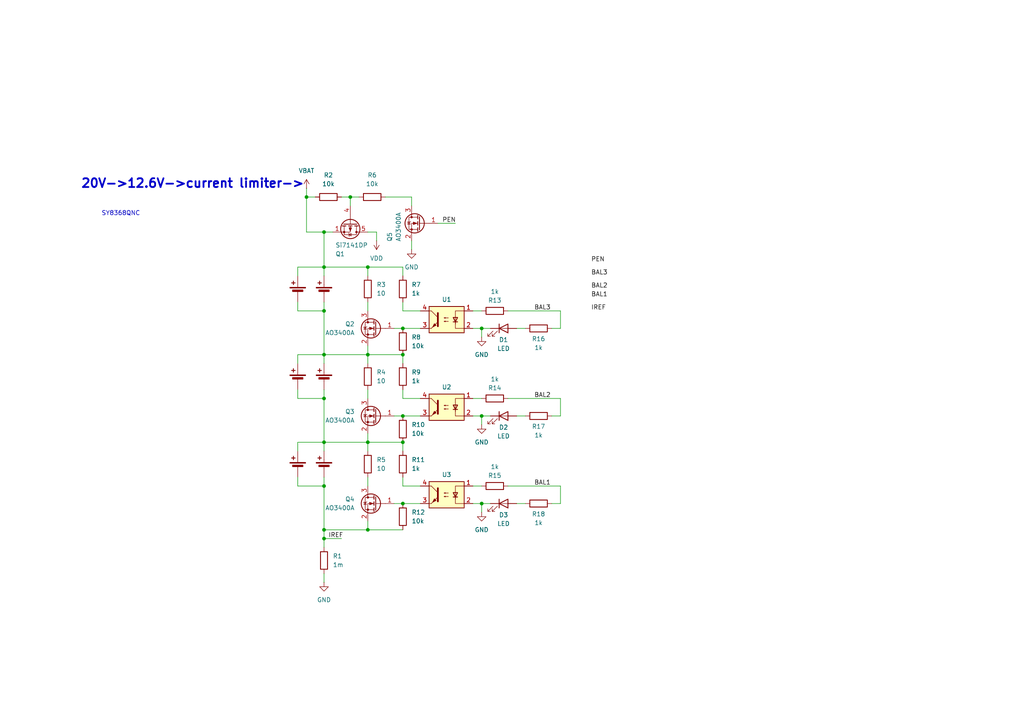
<source format=kicad_sch>
(kicad_sch (version 20231120) (generator "eeschema") (generator_version "8.0")
  (paper "A4")
  (lib_symbols
    (symbol "Device:Battery_Cell" (pin_numbers hide) (pin_names (offset 0) hide)
      (property "Reference" "BT" (at 2.54 2.54 0))
      (property "Value" "Battery_Cell" (at 2.54 0 0))
      (symbol "Battery_Cell_0_1"
        (rectangle (start -2.286 1.778) (end 2.286 1.524) (fill (type outline)))
        (rectangle (start -1.524 1.016) (end 1.524 0.508) (fill (type outline)))
        (polyline (pts (xy 0 0.762) (xy 0 0)))
        (polyline (pts (xy 0 1.778) (xy 0 2.54)))
        (polyline (pts (xy 0.762 3.048) (xy 1.778 3.048)) (stroke (width 0.254)))
        (polyline (pts (xy 1.27 3.556) (xy 1.27 2.54)) (stroke (width 0.254)))
      )
      (symbol "Battery_Cell_1_1"
        (pin passive line (at 0 5.08 270) (length 2.54) (name "+") (number "1"))
        (pin passive line (at 0 -2.54 90) (length 2.54) (name "-") (number "2"))
      )
    )
    (symbol "Device:LED" (pin_numbers hide) (pin_names (offset 1.016) hide)
      (property "Reference" "D" (at 0 2.54 0))
      (property "Value" "LED" (at 0 -2.54 0))
      (symbol "LED_0_1"
        (polyline (pts (xy -1.27 -1.27) (xy -1.27 1.27)) (stroke (width 0.254)))
        (polyline (pts (xy -1.27 0) (xy 1.27 0)))
        (polyline (pts (xy 1.27 -1.27) (xy 1.27 1.27) (xy -1.27 0) (xy 1.27 -1.27)) (stroke (width 0.254)))
        (polyline (pts (xy -3.048 -0.762) (xy -4.572 -2.286) (xy -3.81 -2.286) (xy -4.572 -2.286) (xy -4.572 -1.524)))
        (polyline (pts (xy -1.778 -0.762) (xy -3.302 -2.286) (xy -2.54 -2.286) (xy -3.302 -2.286) (xy -3.302 -1.524)))
      )
      (symbol "LED_1_1"
        (pin passive line (at -3.81 0 0) (length 2.54) (name "K") (number "1"))
        (pin passive line (at 3.81 0 180) (length 2.54) (name "A") (number "2"))
      )
    )
    (symbol "Device:R" (pin_numbers hide) (pin_names (offset 0))
      (property "Reference" "R" (at 2.032 0 90))
      (property "Value" "R" (at 0 0 90))
      (symbol "R_0_1"
        (rectangle (start -1.016 -2.54) (end 1.016 2.54) (stroke (width 0.254)))
      )
      (symbol "R_1_1"
        (pin passive line (at 0 3.81 270) (length 1.27) (name "~") (number "1"))
        (pin passive line (at 0 -3.81 90) (length 1.27) (name "~") (number "2"))
      )
    )
    (symbol "Isolator:SFH617A-1X007T" (pin_names (offset 1.016))
      (property "Reference" "U" (at -5.08 6.35 0))
      (property "Value" "SFH617A-1X007T" (at -5.08 -6.35 0))
      (symbol "SFH617A-1X007T_0_1"
        (rectangle (start -5.08 3.81) (end 5.08 -3.81) (stroke (width 0.254)) (fill (type background)))
        (polyline (pts (xy -3.175 -0.635) (xy -1.905 -0.635)) (stroke (width 0.254)))
        (polyline (pts (xy 2.54 0.635) (xy 4.445 2.54)))
        (polyline (pts (xy 4.445 -2.54) (xy 2.54 -0.635)) (fill (type outline)))
        (polyline (pts (xy 4.445 -2.54) (xy 5.08 -2.54)))
        (polyline (pts (xy 4.445 2.54) (xy 5.08 2.54)))
        (polyline (pts (xy -2.54 -0.635) (xy -2.54 -2.54) (xy -5.08 -2.54)))
        (polyline (pts (xy 2.54 1.905) (xy 2.54 -1.905) (xy 2.54 -1.905)) (stroke (width 0.508)))
        (polyline (pts (xy -5.08 2.54) (xy -2.54 2.54) (xy -2.54 -1.27) (xy -2.54 0.635)))
        (polyline (pts (xy -2.54 -0.635) (xy -3.175 0.635) (xy -1.905 0.635) (xy -2.54 -0.635)) (stroke (width 0.254)))
        (polyline (pts (xy -0.508 -0.508) (xy 0.762 -0.508) (xy 0.381 -0.635) (xy 0.381 -0.381) (xy 0.762 -0.508)))
        (polyline (pts (xy -0.508 0.508) (xy 0.762 0.508) (xy 0.381 0.381) (xy 0.381 0.635) (xy 0.762 0.508)))
        (polyline (pts (xy 3.048 -1.651) (xy 3.556 -1.143) (xy 4.064 -2.159) (xy 3.048 -1.651) (xy 3.048 -1.651)) (fill (type outline)))
      )
      (symbol "SFH617A-1X007T_1_1"
        (pin passive line (at -7.62 2.54 0) (length 2.54) (name "~") (number "1"))
        (pin passive line (at -7.62 -2.54 0) (length 2.54) (name "~") (number "2"))
        (pin passive line (at 7.62 -2.54 180) (length 2.54) (name "~") (number "3"))
        (pin passive line (at 7.62 2.54 180) (length 2.54) (name "~") (number "4"))
      )
    )
    (symbol "Transistor_FET:AO3400A" (pin_names hide)
      (property "Reference" "Q" (at 5.08 1.905 0))
      (property "Value" "AO3400A" (at 5.08 0 0))
      (symbol "AO3400A_0_1"
        (polyline (pts (xy 0.254 0) (xy -2.54 0)))
        (polyline (pts (xy 0.254 1.905) (xy 0.254 -1.905)) (stroke (width 0.254)))
        (polyline (pts (xy 0.762 -1.27) (xy 0.762 -2.286)) (stroke (width 0.254)))
        (polyline (pts (xy 0.762 0.508) (xy 0.762 -0.508)) (stroke (width 0.254)))
        (polyline (pts (xy 0.762 2.286) (xy 0.762 1.27)) (stroke (width 0.254)))
        (polyline (pts (xy 2.54 2.54) (xy 2.54 1.778)))
        (polyline (pts (xy 2.54 -2.54) (xy 2.54 0) (xy 0.762 0)))
        (polyline (pts (xy 0.762 -1.778) (xy 3.302 -1.778) (xy 3.302 1.778) (xy 0.762 1.778)))
        (polyline (pts (xy 1.016 0) (xy 2.032 0.381) (xy 2.032 -0.381) (xy 1.016 0)) (fill (type outline)))
        (polyline (pts (xy 2.794 0.508) (xy 2.921 0.381) (xy 3.683 0.381) (xy 3.81 0.254)))
        (polyline (pts (xy 3.302 0.381) (xy 2.921 -0.254) (xy 3.683 -0.254) (xy 3.302 0.381)))
        (circle (center 1.651 0) (radius 2.794) (stroke (width 0.254)))
        (circle (center 2.54 -1.778) (radius 0.254) (fill (type outline)))
        (circle (center 2.54 1.778) (radius 0.254) (fill (type outline)))
      )
      (symbol "AO3400A_1_1"
        (pin input line (at -5.08 0 0) (length 2.54) (name "G") (number "1"))
        (pin passive line (at 2.54 -5.08 90) (length 2.54) (name "S") (number "2"))
        (pin passive line (at 2.54 5.08 270) (length 2.54) (name "D") (number "3"))
      )
    )
    (symbol "Transistor_FET:Si7141DP" (pin_names hide)
      (property "Reference" "Q" (at 5.08 1.905 0))
      (property "Value" "Si7141DP" (at 5.08 0 0))
      (symbol "Si7141DP_0_1"
        (polyline (pts (xy 0.254 0) (xy -2.54 0)))
        (polyline (pts (xy 0.254 1.905) (xy 0.254 -1.905)) (stroke (width 0.254)))
        (polyline (pts (xy 0.762 -1.27) (xy 0.762 -2.286)) (stroke (width 0.254)))
        (polyline (pts (xy 0.762 0.508) (xy 0.762 -0.508)) (stroke (width 0.254)))
        (polyline (pts (xy 0.762 2.286) (xy 0.762 1.27)) (stroke (width 0.254)))
        (polyline (pts (xy 2.54 2.54) (xy 2.54 1.778)))
        (polyline (pts (xy 2.54 -2.54) (xy 2.54 0) (xy 0.762 0)))
        (polyline (pts (xy 0.762 1.778) (xy 3.302 1.778) (xy 3.302 -1.778) (xy 0.762 -1.778)))
        (polyline (pts (xy 2.286 0) (xy 1.27 0.381) (xy 1.27 -0.381) (xy 2.286 0)) (fill (type outline)))
        (polyline (pts (xy 2.794 -0.508) (xy 2.921 -0.381) (xy 3.683 -0.381) (xy 3.81 -0.254)))
        (polyline (pts (xy 3.302 -0.381) (xy 2.921 0.254) (xy 3.683 0.254) (xy 3.302 -0.381)))
        (circle (center 1.651 0) (radius 2.794) (stroke (width 0.254)))
        (circle (center 2.54 -1.778) (radius 0.254) (fill (type outline)))
        (circle (center 2.54 1.778) (radius 0.254) (fill (type outline)))
      )
      (symbol "Si7141DP_1_1"
        (pin passive line (at 2.54 -5.08 90) (length 2.54) (name "S") (number "1"))
        (pin passive line (at 2.54 -5.08 90) (length 2.54) hide (name "S") (number "2"))
        (pin passive line (at 2.54 -5.08 90) (length 2.54) hide (name "S") (number "3"))
        (pin input line (at -5.08 0 0) (length 2.54) (name "G") (number "4"))
        (pin passive line (at 2.54 5.08 270) (length 2.54) (name "D") (number "5"))
      )
    )
    (symbol "power:GND" (power) (pin_numbers hide) (pin_names (offset 0) hide)
      (property "Value" "GND" (at 0 -3.81 0))
      (symbol "GND_0_1"
        (polyline (pts (xy 0 0) (xy 0 -1.27) (xy 1.27 -1.27) (xy 0 -2.54) (xy -1.27 -1.27) (xy 0 -1.27)))
      )
      (symbol "GND_1_1"
        (pin power_in line (at 0 0 270) (length 0) (name "~") (number "1"))
      )
    )
    (symbol "power:VBUS" (power) (pin_numbers hide) (pin_names (offset 0) hide)
      (property "Value" "VBUS" (at 0 3.556 0))
      (symbol "VBUS_0_1"
        (polyline (pts (xy -0.762 1.27) (xy 0 2.54)))
        (polyline (pts (xy 0 0) (xy 0 2.54)))
        (polyline (pts (xy 0 2.54) (xy 0.762 1.27)))
      )
      (symbol "VBUS_1_1"
        (pin power_in line (at 0 0 90) (length 0) (name "~") (number "1"))
      )
    )
    (symbol "power:VDD" (power) (pin_numbers hide) (pin_names (offset 0) hide)
      (property "Value" "VDD" (at 0 3.556 0))
      (symbol "VDD_0_1"
        (polyline (pts (xy -0.762 1.27) (xy 0 2.54)))
        (polyline (pts (xy 0 0) (xy 0 2.54)))
        (polyline (pts (xy 0 2.54) (xy 0.762 1.27)))
      )
      (symbol "VDD_1_1"
        (pin power_in line (at 0 0 90) (length 0) (name "~") (number "1"))
      )
    )
  )
  (junction (at 106.68 77.47))
  (junction (at 93.98 102.87))
  (junction (at 116.84 95.25))
  (junction (at 88.9 57.15))
  (junction (at 139.7 146.05))
  (junction (at 93.98 140.97))
  (junction (at 101.6 57.15))
  (junction (at 116.84 120.65))
  (junction (at 139.7 95.25))
  (junction (at 106.68 128.27))
  (junction (at 139.7 120.65))
  (junction (at 93.98 90.17))
  (junction (at 93.98 156.21))
  (junction (at 93.98 128.27))
  (junction (at 93.98 153.67))
  (junction (at 93.98 115.57))
  (junction (at 116.84 146.05))
  (junction (at 116.84 102.87))
  (junction (at 93.98 77.47))
  (junction (at 93.98 67.31))
  (junction (at 116.84 128.27))
  (junction (at 106.68 153.67))
  (junction (at 106.68 102.87))
  (wire (pts (xy 119.38 57.15) (xy 111.76 57.15)))
  (wire (pts (xy 106.68 138.43) (xy 106.68 140.97)))
  (wire (pts (xy 93.98 138.43) (xy 93.98 140.97)))
  (wire (pts (xy 116.84 80.01) (xy 116.84 77.47)))
  (wire (pts (xy 119.38 69.85) (xy 119.38 72.39)))
  (wire (pts (xy 93.98 153.67) (xy 93.98 156.21)))
  (wire (pts (xy 86.36 113.03) (xy 86.36 115.57)))
  (wire (pts (xy 139.7 95.25) (xy 139.7 97.79)))
  (wire (pts (xy 99.06 57.15) (xy 101.6 57.15)))
  (wire (pts (xy 93.98 77.47) (xy 93.98 67.31)))
  (wire (pts (xy 93.98 166.37) (xy 93.98 168.91)))
  (wire (pts (xy 139.7 120.65) (xy 142.24 120.65)))
  (wire (pts (xy 101.6 57.15) (xy 101.6 59.69)))
  (wire (pts (xy 116.84 140.97) (xy 121.92 140.97)))
  (wire (pts (xy 93.98 77.47) (xy 106.68 77.47)))
  (wire (pts (xy 93.98 128.27) (xy 93.98 130.81)))
  (wire (pts (xy 86.36 90.17) (xy 93.98 90.17)))
  (wire (pts (xy 93.98 156.21) (xy 99.06 156.21)))
  (wire (pts (xy 139.7 120.65) (xy 139.7 123.19)))
  (wire (pts (xy 116.84 90.17) (xy 121.92 90.17)))
  (wire (pts (xy 162.56 140.97) (xy 162.56 146.05)))
  (wire (pts (xy 93.98 153.67) (xy 106.68 153.67)))
  (wire (pts (xy 139.7 146.05) (xy 139.7 148.59)))
  (wire (pts (xy 86.36 128.27) (xy 93.98 128.27)))
  (wire (pts (xy 106.68 153.67) (xy 116.84 153.67)))
  (wire (pts (xy 109.22 69.85) (xy 109.22 67.31)))
  (wire (pts (xy 88.9 54.61) (xy 88.9 57.15)))
  (wire (pts (xy 137.16 95.25) (xy 139.7 95.25)))
  (wire (pts (xy 139.7 140.97) (xy 137.16 140.97)))
  (wire (pts (xy 106.68 151.13) (xy 106.68 153.67)))
  (wire (pts (xy 149.86 95.25) (xy 152.4 95.25)))
  (wire (pts (xy 106.68 130.81) (xy 106.68 128.27)))
  (wire (pts (xy 93.98 102.87) (xy 93.98 105.41)))
  (wire (pts (xy 86.36 130.81) (xy 86.36 128.27)))
  (wire (pts (xy 106.68 113.03) (xy 106.68 115.57)))
  (wire (pts (xy 106.68 105.41) (xy 106.68 102.87)))
  (wire (pts (xy 116.84 115.57) (xy 121.92 115.57)))
  (wire (pts (xy 139.7 90.17) (xy 137.16 90.17)))
  (wire (pts (xy 93.98 67.31) (xy 96.52 67.31)))
  (wire (pts (xy 116.84 130.81) (xy 116.84 128.27)))
  (wire (pts (xy 139.7 146.05) (xy 142.24 146.05)))
  (wire (pts (xy 93.98 87.63) (xy 93.98 90.17)))
  (wire (pts (xy 106.68 100.33) (xy 106.68 102.87)))
  (wire (pts (xy 114.3 146.05) (xy 116.84 146.05)))
  (wire (pts (xy 149.86 120.65) (xy 152.4 120.65)))
  (wire (pts (xy 88.9 67.31) (xy 93.98 67.31)))
  (wire (pts (xy 86.36 115.57) (xy 93.98 115.57)))
  (wire (pts (xy 86.36 105.41) (xy 86.36 102.87)))
  (wire (pts (xy 147.32 115.57) (xy 162.56 115.57)))
  (wire (pts (xy 106.68 77.47) (xy 106.68 80.01)))
  (wire (pts (xy 162.56 120.65) (xy 160.02 120.65)))
  (wire (pts (xy 114.3 95.25) (xy 116.84 95.25)))
  (wire (pts (xy 101.6 57.15) (xy 104.14 57.15)))
  (wire (pts (xy 116.84 105.41) (xy 116.84 102.87)))
  (wire (pts (xy 116.84 138.43) (xy 116.84 140.97)))
  (wire (pts (xy 127 64.77) (xy 132.08 64.77)))
  (wire (pts (xy 88.9 57.15) (xy 91.44 57.15)))
  (wire (pts (xy 116.84 128.27) (xy 106.68 128.27)))
  (wire (pts (xy 93.98 115.57) (xy 93.98 128.27)))
  (wire (pts (xy 147.32 90.17) (xy 162.56 90.17)))
  (wire (pts (xy 162.56 95.25) (xy 160.02 95.25)))
  (wire (pts (xy 116.84 87.63) (xy 116.84 90.17)))
  (wire (pts (xy 86.36 140.97) (xy 86.36 138.43)))
  (wire (pts (xy 93.98 102.87) (xy 106.68 102.87)))
  (wire (pts (xy 162.56 115.57) (xy 162.56 120.65)))
  (wire (pts (xy 109.22 67.31) (xy 106.68 67.31)))
  (wire (pts (xy 116.84 146.05) (xy 121.92 146.05)))
  (wire (pts (xy 137.16 120.65) (xy 139.7 120.65)))
  (wire (pts (xy 86.36 87.63) (xy 86.36 90.17)))
  (wire (pts (xy 119.38 59.69) (xy 119.38 57.15)))
  (wire (pts (xy 106.68 87.63) (xy 106.68 90.17)))
  (wire (pts (xy 139.7 95.25) (xy 142.24 95.25)))
  (wire (pts (xy 106.68 125.73) (xy 106.68 128.27)))
  (wire (pts (xy 93.98 113.03) (xy 93.98 115.57)))
  (wire (pts (xy 116.84 113.03) (xy 116.84 115.57)))
  (wire (pts (xy 116.84 77.47) (xy 106.68 77.47)))
  (wire (pts (xy 147.32 140.97) (xy 162.56 140.97)))
  (wire (pts (xy 93.98 90.17) (xy 93.98 102.87)))
  (wire (pts (xy 162.56 146.05) (xy 160.02 146.05)))
  (wire (pts (xy 116.84 95.25) (xy 121.92 95.25)))
  (wire (pts (xy 137.16 146.05) (xy 139.7 146.05)))
  (wire (pts (xy 162.56 90.17) (xy 162.56 95.25)))
  (wire (pts (xy 93.98 80.01) (xy 93.98 77.47)))
  (wire (pts (xy 86.36 80.01) (xy 86.36 77.47)))
  (wire (pts (xy 116.84 102.87) (xy 106.68 102.87)))
  (wire (pts (xy 139.7 115.57) (xy 137.16 115.57)))
  (wire (pts (xy 93.98 156.21) (xy 93.98 158.75)))
  (wire (pts (xy 93.98 128.27) (xy 106.68 128.27)))
  (wire (pts (xy 116.84 120.65) (xy 121.92 120.65)))
  (wire (pts (xy 149.86 146.05) (xy 152.4 146.05)))
  (wire (pts (xy 93.98 140.97) (xy 93.98 153.67)))
  (wire (pts (xy 93.98 140.97) (xy 86.36 140.97)))
  (wire (pts (xy 88.9 57.15) (xy 88.9 67.31)))
  (wire (pts (xy 86.36 77.47) (xy 93.98 77.47)))
  (wire (pts (xy 114.3 120.65) (xy 116.84 120.65)))
  (wire (pts (xy 86.36 102.87) (xy 93.98 102.87)))
  (text "SY8368QNC" (at 35.052 61.976 0) (effects (font (size 1.27 1.27))))
  (text "20V->12.6V->current limiter->" (at 55.88 53.34 0) (effects (font (size 2.54 2.54) (thickness 0.508) (bold yes))))
  (label "PEN" (at 171.45 76.2 0))
  (label "BAL1" (at 171.45 86.36 0))
  (label "BAL2" (at 154.94 115.57 0))
  (label "BAL3" (at 154.94 90.17 0))
  (label "BAL2" (at 171.45 83.82 0))
  (label "IREF" (at 95.25 156.21 0))
  (label "BAL3" (at 171.45 80.01 0))
  (label "PEN" (at 128.27 64.77 0))
  (label "BAL1" (at 154.94 140.97 0))
  (label "IREF" (at 171.45 90.17 0))
  (symbol (lib_id "Isolator:SFH617A-1X007T") (at 129.54 118.11 0) (mirror y) (unit 1)
    (property "Reference" "U2" (at 129.54 112.268 0))
    (property "Value" "SFH617A-1X007T" (effects (hide yes)))
    (property "Footprint" "Package_DIP:SMDIP-4_W9.53mm_Clearance8mm" (effects (hide yes)))
    (property "Datasheet" "http://www.vishay.com/docs/83740/sfh617a.pdf" (effects (hide yes)))
    (property "Description" "Optocoupler, Phototransistor Output, 5300 VRMS, VCEO 70V, CTR% 40-80, -55 to +110 degree Celsius, UL, BSI, FIMKO, cUL, 8mm clearence SMD PDIP-4" (effects (hide yes)))
    (property "LCSC" "C29981" (effects (hide yes)))
  )
  (symbol (lib_id "Device:Battery_Cell") (at 93.98 110.49 0) (mirror y) (unit 1)
    (property "Reference" "BT5" (effects (hide yes)))
    (property "Value" "Battery_Cell" (effects (hide yes)))
    (property "Description" "Single-cell battery" (effects (hide yes)))
  )
  (symbol (lib_id "Device:R") (at 93.98 162.56 0) (unit 1)
    (property "Reference" "R1" (at 96.52 161.2899 0) (effects (justify left)))
    (property "Value" "1m" (at 96.52 163.8299 0) (effects (justify left)))
    (property "Footprint" "Resistor_SMD:R_1206_3216Metric" (effects (hide yes)))
    (property "Description" "Resistor" (effects (hide yes)))
    (property "LCSC" "C7467246" (effects (hide yes)))
  )
  (symbol (lib_id "power:GND") (at 93.98 168.91 0) (unit 1)
    (property "Reference" "#PWR02" (effects (hide yes)))
    (property "Value" "GND" (at 93.98 173.99 0))
    (property "Description" "Power symbol creates a global label with name \"GND\" , ground" (effects (hide yes)))
  )
  (symbol (lib_id "Device:Battery_Cell") (at 86.36 135.89 0) (mirror y) (unit 1)
    (property "Reference" "BT3" (effects (hide yes)))
    (property "Value" "Battery_Cell" (effects (hide yes)))
    (property "Description" "Single-cell battery" (effects (hide yes)))
  )
  (symbol (lib_id "Device:R") (at 116.84 134.62 0) (unit 1)
    (property "Reference" "R11" (at 119.38 133.3499 0) (effects (justify left)))
    (property "Value" "1k" (at 119.38 135.8899 0) (effects (justify left)))
    (property "Description" "Resistor" (effects (hide yes)))
  )
  (symbol (lib_id "Device:R") (at 156.21 120.65 270) (unit 1)
    (property "Reference" "R17" (at 156.21 123.698 90))
    (property "Value" "1k" (at 156.21 126.238 90))
    (property "Description" "Resistor" (effects (hide yes)))
  )
  (symbol (lib_id "Device:R") (at 106.68 109.22 0) (unit 1)
    (property "Reference" "R4" (at 109.22 107.9499 0) (effects (justify left)))
    (property "Value" "10" (at 109.22 110.4899 0) (effects (justify left)))
    (property "Footprint" "Resistor_SMD:R_2512_6332Metric" (effects (hide yes)))
    (property "Description" "Resistor" (effects (hide yes)))
    (property "LCSC" "C2991665" (effects (hide yes)))
  )
  (symbol (lib_id "Transistor_FET:AO3400A") (at 109.22 95.25 0) (mirror y) (unit 1)
    (property "Reference" "Q2" (at 102.87 93.9799 0) (effects (justify left)))
    (property "Value" "AO3400A" (at 102.87 96.5199 0) (effects (justify left)))
    (property "Footprint" "Package_TO_SOT_SMD:SOT-23" (effects (hide yes)))
    (property "Datasheet" "http://www.aosmd.com/pdfs/datasheet/AO3400A.pdf" (effects (hide yes)))
    (property "Description" "30V Vds, 5.7A Id, N-Channel MOSFET, SOT-23" (effects (hide yes)))
  )
  (symbol (lib_id "Transistor_FET:AO3400A") (at 109.22 146.05 0) (mirror y) (unit 1)
    (property "Reference" "Q4" (at 102.87 144.7799 0) (effects (justify left)))
    (property "Value" "AO3400A" (at 102.87 147.3199 0) (effects (justify left)))
    (property "Footprint" "Package_TO_SOT_SMD:SOT-23" (effects (hide yes)))
    (property "Datasheet" "http://www.aosmd.com/pdfs/datasheet/AO3400A.pdf" (effects (hide yes)))
    (property "Description" "30V Vds, 5.7A Id, N-Channel MOSFET, SOT-23" (effects (hide yes)))
  )
  (symbol (lib_id "Device:R") (at 116.84 83.82 0) (unit 1)
    (property "Reference" "R7" (at 119.38 82.5499 0) (effects (justify left)))
    (property "Value" "1k" (at 119.38 85.0899 0) (effects (justify left)))
    (property "Description" "Resistor" (effects (hide yes)))
  )
  (symbol (lib_id "power:VBUS") (at 88.9 54.61 0) (unit 1)
    (property "Reference" "#PWR01" (effects (hide yes)))
    (property "Value" "VBAT" (at 88.9 49.53 0))
    (property "Description" "Power symbol creates a global label with name \"VBUS\"" (effects (hide yes)))
  )
  (symbol (lib_id "Device:R") (at 143.51 90.17 90) (unit 1)
    (property "Reference" "R13" (at 143.51 87.122 90))
    (property "Value" "1k" (at 143.51 84.582 90))
    (property "Description" "Resistor" (effects (hide yes)))
  )
  (symbol (lib_id "Transistor_FET:Si7141DP") (at 101.6 64.77 270) (unit 1)
    (property "Reference" "Q1" (at 97.282 73.66 90) (effects (justify left)))
    (property "Value" "Si7141DP" (at 97.282 71.12 90) (effects (justify left)))
    (property "Footprint" "Package_SO:PowerPAK_SO-8_Single" (effects (hide yes)))
    (property "Datasheet" "https://www.vishay.com/docs/65596/si7141dp.pdf" (effects (hide yes)))
    (property "Description" "-60A Id, -20V Vds, 1.9 mOhm Ron, PowerPAK-8" (effects (hide yes)))
    (property "LCSC" "C784367" (effects (hide yes)))
  )
  (symbol (lib_id "Device:Battery_Cell") (at 86.36 85.09 0) (mirror y) (unit 1)
    (property "Reference" "BT1" (effects (hide yes)))
    (property "Value" "Battery_Cell" (effects (hide yes)))
    (property "Description" "Single-cell battery" (effects (hide yes)))
  )
  (symbol (lib_id "Isolator:SFH617A-1X007T") (at 129.54 92.71 0) (mirror y) (unit 1)
    (property "Reference" "U1" (at 129.54 86.868 0))
    (property "Value" "SFH617A-1X007T" (effects (hide yes)))
    (property "Footprint" "Package_DIP:SMDIP-4_W9.53mm_Clearance8mm" (effects (hide yes)))
    (property "Datasheet" "http://www.vishay.com/docs/83740/sfh617a.pdf" (effects (hide yes)))
    (property "Description" "Optocoupler, Phototransistor Output, 5300 VRMS, VCEO 70V, CTR% 40-80, -55 to +110 degree Celsius, UL, BSI, FIMKO, cUL, 8mm clearence SMD PDIP-4" (effects (hide yes)))
    (property "LCSC" "C29981" (effects (hide yes)))
  )
  (symbol (lib_id "Device:R") (at 107.95 57.15 90) (unit 1)
    (property "Reference" "R6" (at 107.95 50.8 90))
    (property "Value" "10k" (at 107.95 53.34 90))
    (property "Description" "Resistor" (effects (hide yes)))
  )
  (symbol (lib_id "Device:R") (at 156.21 146.05 270) (unit 1)
    (property "Reference" "R18" (at 156.21 149.098 90))
    (property "Value" "1k" (at 156.21 151.638 90))
    (property "Description" "Resistor" (effects (hide yes)))
  )
  (symbol (lib_id "Device:R") (at 106.68 83.82 0) (unit 1)
    (property "Reference" "R3" (at 109.22 82.5499 0) (effects (justify left)))
    (property "Value" "10" (at 109.22 85.0899 0) (effects (justify left)))
    (property "Footprint" "Resistor_SMD:R_2512_6332Metric" (effects (hide yes)))
    (property "Description" "Resistor" (effects (hide yes)))
    (property "LCSC" "C2991665" (effects (hide yes)))
  )
  (symbol (lib_id "Device:LED") (at 146.05 95.25 0) (unit 1)
    (property "Reference" "D1" (at 146.05 98.552 0))
    (property "Value" "LED" (at 146.05 101.092 0))
    (property "Description" "Light emitting diode" (effects (hide yes)))
  )
  (symbol (lib_id "Device:Battery_Cell") (at 93.98 85.09 0) (mirror y) (unit 1)
    (property "Reference" "BT4" (effects (hide yes)))
    (property "Value" "Battery_Cell" (effects (hide yes)))
    (property "Description" "Single-cell battery" (effects (hide yes)))
  )
  (symbol (lib_id "Device:R") (at 116.84 149.86 0) (unit 1)
    (property "Reference" "R12" (at 119.38 148.5899 0) (effects (justify left)))
    (property "Value" "10k" (at 119.38 151.1299 0) (effects (justify left)))
    (property "Description" "Resistor" (effects (hide yes)))
  )
  (symbol (lib_id "power:GND") (at 119.38 72.39 0) (unit 1)
    (property "Reference" "#PWR04" (effects (hide yes)))
    (property "Value" "GND" (at 119.38 77.47 0))
    (property "Description" "Power symbol creates a global label with name \"GND\" , ground" (effects (hide yes)))
  )
  (symbol (lib_id "Device:Battery_Cell") (at 93.98 135.89 0) (mirror y) (unit 1)
    (property "Reference" "BT6" (effects (hide yes)))
    (property "Value" "Battery_Cell" (effects (hide yes)))
    (property "Description" "Single-cell battery" (effects (hide yes)))
  )
  (symbol (lib_id "Device:R") (at 116.84 99.06 0) (unit 1)
    (property "Reference" "R8" (at 119.38 97.7899 0) (effects (justify left)))
    (property "Value" "10k" (at 119.38 100.3299 0) (effects (justify left)))
    (property "Description" "Resistor" (effects (hide yes)))
  )
  (symbol (lib_id "Device:R") (at 143.51 140.97 90) (unit 1)
    (property "Reference" "R15" (at 143.51 137.922 90))
    (property "Value" "1k" (at 143.51 135.382 90))
    (property "Description" "Resistor" (effects (hide yes)))
  )
  (symbol (lib_id "Device:LED") (at 146.05 120.65 0) (unit 1)
    (property "Reference" "D2" (at 146.05 123.952 0))
    (property "Value" "LED" (at 146.05 126.492 0))
    (property "Description" "Light emitting diode" (effects (hide yes)))
  )
  (symbol (lib_id "Device:R") (at 116.84 109.22 0) (unit 1)
    (property "Reference" "R9" (at 119.38 107.9499 0) (effects (justify left)))
    (property "Value" "1k" (at 119.38 110.4899 0) (effects (justify left)))
    (property "Description" "Resistor" (effects (hide yes)))
  )
  (symbol (lib_id "Device:Battery_Cell") (at 86.36 110.49 0) (mirror y) (unit 1)
    (property "Reference" "BT2" (effects (hide yes)))
    (property "Value" "Battery_Cell" (effects (hide yes)))
    (property "Description" "Single-cell battery" (effects (hide yes)))
  )
  (symbol (lib_id "Isolator:SFH617A-1X007T") (at 129.54 143.51 0) (mirror y) (unit 1)
    (property "Reference" "U3" (at 129.54 137.668 0))
    (property "Value" "SFH617A-1X007T" (effects (hide yes)))
    (property "Footprint" "Package_DIP:SMDIP-4_W9.53mm_Clearance8mm" (effects (hide yes)))
    (property "Datasheet" "http://www.vishay.com/docs/83740/sfh617a.pdf" (effects (hide yes)))
    (property "Description" "Optocoupler, Phototransistor Output, 5300 VRMS, VCEO 70V, CTR% 40-80, -55 to +110 degree Celsius, UL, BSI, FIMKO, cUL, 8mm clearence SMD PDIP-4" (effects (hide yes)))
    (property "LCSC" "C29981" (effects (hide yes)))
  )
  (symbol (lib_id "power:VDD") (at 109.22 69.85 180) (unit 1)
    (property "Reference" "#PWR03" (effects (hide yes)))
    (property "Value" "VDD" (at 109.22 74.93 0))
    (property "Description" "Power symbol creates a global label with name \"VDD\"" (effects (hide yes)))
  )
  (symbol (lib_id "Device:R") (at 143.51 115.57 90) (unit 1)
    (property "Reference" "R14" (at 143.51 112.522 90))
    (property "Value" "1k" (at 143.51 109.982 90))
    (property "Description" "Resistor" (effects (hide yes)))
  )
  (symbol (lib_id "Device:R") (at 95.25 57.15 90) (unit 1)
    (property "Reference" "R2" (at 95.25 50.8 90))
    (property "Value" "10k" (at 95.25 53.34 90))
    (property "Description" "Resistor" (effects (hide yes)))
  )
  (symbol (lib_id "power:GND") (at 139.7 97.79 0) (unit 1)
    (property "Reference" "#PWR05" (effects (hide yes)))
    (property "Value" "GND" (at 139.7 102.87 0))
    (property "Description" "Power symbol creates a global label with name \"GND\" , ground" (effects (hide yes)))
  )
  (symbol (lib_id "power:GND") (at 139.7 148.59 0) (unit 1)
    (property "Reference" "#PWR07" (effects (hide yes)))
    (property "Value" "GND" (at 139.7 153.67 0))
    (property "Description" "Power symbol creates a global label with name \"GND\" , ground" (effects (hide yes)))
  )
  (symbol (lib_id "Transistor_FET:AO3400A") (at 121.92 64.77 0) (mirror y) (unit 1)
    (property "Reference" "Q5" (at 113.03 70.104 90) (effects (justify left)))
    (property "Value" "AO3400A" (at 115.57 70.104 90) (effects (justify left)))
    (property "Footprint" "Package_TO_SOT_SMD:SOT-23" (effects (hide yes)))
    (property "Datasheet" "http://www.aosmd.com/pdfs/datasheet/AO3400A.pdf" (effects (hide yes)))
    (property "Description" "30V Vds, 5.7A Id, N-Channel MOSFET, SOT-23" (effects (hide yes)))
  )
  (symbol (lib_id "Device:R") (at 156.21 95.25 270) (unit 1)
    (property "Reference" "R16" (at 156.21 98.298 90))
    (property "Value" "1k" (at 156.21 100.838 90))
    (property "Description" "Resistor" (effects (hide yes)))
  )
  (symbol (lib_id "Transistor_FET:AO3400A") (at 109.22 120.65 0) (mirror y) (unit 1)
    (property "Reference" "Q3" (at 102.87 119.3799 0) (effects (justify left)))
    (property "Value" "AO3400A" (at 102.87 121.9199 0) (effects (justify left)))
    (property "Footprint" "Package_TO_SOT_SMD:SOT-23" (effects (hide yes)))
    (property "Datasheet" "http://www.aosmd.com/pdfs/datasheet/AO3400A.pdf" (effects (hide yes)))
    (property "Description" "30V Vds, 5.7A Id, N-Channel MOSFET, SOT-23" (effects (hide yes)))
  )
  (symbol (lib_id "Device:LED") (at 146.05 146.05 0) (unit 1)
    (property "Reference" "D3" (at 146.05 149.352 0))
    (property "Value" "LED" (at 146.05 151.892 0))
    (property "Description" "Light emitting diode" (effects (hide yes)))
  )
  (symbol (lib_id "Device:R") (at 116.84 124.46 0) (unit 1)
    (property "Reference" "R10" (at 119.38 123.1899 0) (effects (justify left)))
    (property "Value" "10k" (at 119.38 125.7299 0) (effects (justify left)))
    (property "Description" "Resistor" (effects (hide yes)))
  )
  (symbol (lib_id "power:GND") (at 139.7 123.19 0) (unit 1)
    (property "Reference" "#PWR06" (effects (hide yes)))
    (property "Value" "GND" (at 139.7 128.27 0))
    (property "Description" "Power symbol creates a global label with name \"GND\" , ground" (effects (hide yes)))
  )
  (symbol (lib_id "Device:R") (at 106.68 134.62 0) (unit 1)
    (property "Reference" "R5" (at 109.22 133.3499 0) (effects (justify left)))
    (property "Value" "10" (at 109.22 135.8899 0) (effects (justify left)))
    (property "Footprint" "Resistor_SMD:R_2512_6332Metric" (effects (hide yes)))
    (property "Description" "Resistor" (effects (hide yes)))
    (property "LCSC" "C2991665" (effects (hide yes)))
  )
)
</source>
